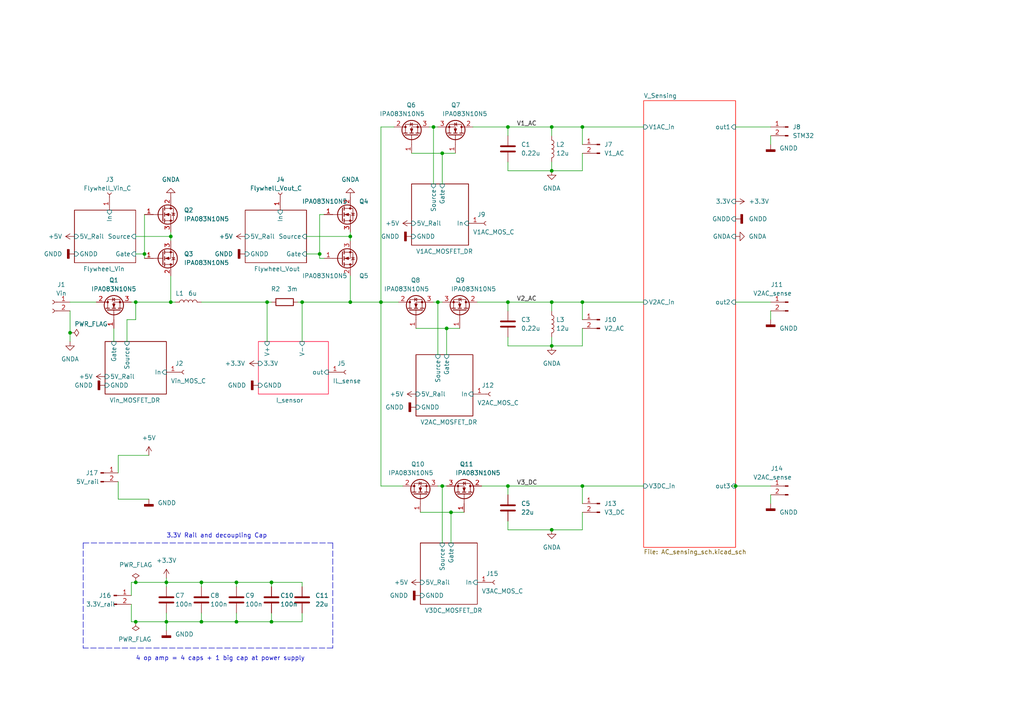
<source format=kicad_sch>
(kicad_sch (version 20211123) (generator eeschema)
  (paper "A4")
  (title_block (title "SIMO") (rev "V0.1") (company "Morgan Cheng"))
  (lib_symbols
    (symbol "Connector:Conn_01x01_Female" (pin_names (offset 1.016) hide)
      (property "Reference" "J" (at 0 2.54 0))
      (property "Value" "Conn_01x01_Female" (at 0 -2.54 0))
      (symbol "Conn_01x01_Female_1_1"
        (polyline (pts (xy -1.27 0) (xy -0.508 0)) (stroke (width 0.1524)))
        (arc (start 0 0.508) (mid -0.508 0) (end 0 -0.508) (stroke (width 0.1524)))
        (pin passive line (at -5.08 0 0) (length 3.81) (name "Pin_1") (number "1"))
      )
    )
    (symbol "Connector:Conn_01x02_Female" (pin_names (offset 1.016) hide)
      (property "Reference" "J" (at 0 2.54 0))
      (property "Value" "Conn_01x02_Female" (at 0 -5.08 0))
      (symbol "Conn_01x02_Female_1_1"
        (arc (start 0 -2.032) (mid -0.508 -2.54) (end 0 -3.048) (stroke (width 0.1524)))
        (polyline (pts (xy -1.27 -2.54) (xy -0.508 -2.54)) (stroke (width 0.1524)))
        (polyline (pts (xy -1.27 0) (xy -0.508 0)) (stroke (width 0.1524)))
        (arc (start 0 0.508) (mid -0.508 0) (end 0 -0.508) (stroke (width 0.1524)))
        (pin passive line (at -5.08 0 0) (length 3.81) (name "Pin_1") (number "1"))
        (pin passive line (at -5.08 -2.54 0) (length 3.81) (name "Pin_2") (number "2"))
      )
    )
    (symbol "Connector:Conn_01x02_Male" (pin_names (offset 1.016) hide)
      (property "Reference" "J" (at 0 2.54 0))
      (property "Value" "Conn_01x02_Male" (at 0 -5.08 0))
      (symbol "Conn_01x02_Male_1_1"
        (polyline (pts (xy 1.27 -2.54) (xy 0.8636 -2.54)) (stroke (width 0.1524)))
        (polyline (pts (xy 1.27 0) (xy 0.8636 0)) (stroke (width 0.1524)))
        (rectangle (start 0.8636 -2.413) (end 0 -2.667) (stroke (width 0.1524)) (fill (type outline)))
        (rectangle (start 0.8636 0.127) (end 0 -0.127) (stroke (width 0.1524)) (fill (type outline)))
        (pin passive line (at 5.08 0 180) (length 3.81) (name "Pin_1") (number "1"))
        (pin passive line (at 5.08 -2.54 180) (length 3.81) (name "Pin_2") (number "2"))
      )
    )
    (symbol "Device:C" (pin_numbers hide) (pin_names (offset 0.254))
      (property "Reference" "C" (at 0.635 2.54 0))
      (property "Value" "C" (at 0.635 -2.54 0))
      (symbol "C_0_1"
        (polyline (pts (xy -2.032 -0.762) (xy 2.032 -0.762)) (stroke (width 0.508)))
        (polyline (pts (xy -2.032 0.762) (xy 2.032 0.762)) (stroke (width 0.508)))
      )
      (symbol "C_1_1"
        (pin passive line (at 0 3.81 270) (length 2.794) (name "~") (number "1"))
        (pin passive line (at 0 -3.81 90) (length 2.794) (name "~") (number "2"))
      )
    )
    (symbol "Device:L" (pin_numbers hide) (pin_names (offset 1.016) hide)
      (property "Reference" "L" (at -1.27 0 90))
      (property "Value" "L" (at 1.905 0 90))
      (symbol "L_0_1"
        (arc (start 0 -2.54) (mid 0.635 -1.905) (end 0 -1.27))
        (arc (start 0 -1.27) (mid 0.635 -0.635) (end 0 0))
        (arc (start 0 0) (mid 0.635 0.635) (end 0 1.27))
        (arc (start 0 1.27) (mid 0.635 1.905) (end 0 2.54))
      )
      (symbol "L_1_1"
        (pin passive line (at 0 3.81 270) (length 1.27) (name "1") (number "1"))
        (pin passive line (at 0 -3.81 90) (length 1.27) (name "2") (number "2"))
      )
    )
    (symbol "Device:Q_NMOS_GDS" (pin_names (offset 0) hide)
      (property "Reference" "Q" (at 5.08 1.27 0))
      (property "Value" "Q_NMOS_GDS" (at 5.08 -1.27 0))
      (symbol "Q_NMOS_GDS_0_1"
        (polyline (pts (xy 0.254 0) (xy -2.54 0)))
        (polyline (pts (xy 0.254 1.905) (xy 0.254 -1.905)) (stroke (width 0.254)))
        (polyline (pts (xy 0.762 -1.27) (xy 0.762 -2.286)) (stroke (width 0.254)))
        (polyline (pts (xy 0.762 0.508) (xy 0.762 -0.508)) (stroke (width 0.254)))
        (polyline (pts (xy 0.762 2.286) (xy 0.762 1.27)) (stroke (width 0.254)))
        (polyline (pts (xy 2.54 2.54) (xy 2.54 1.778)))
        (polyline (pts (xy 2.54 -2.54) (xy 2.54 0) (xy 0.762 0)))
        (polyline (pts (xy 0.762 -1.778) (xy 3.302 -1.778) (xy 3.302 1.778) (xy 0.762 1.778)))
        (polyline (pts (xy 1.016 0) (xy 2.032 0.381) (xy 2.032 -0.381) (xy 1.016 0)) (fill (type outline)))
        (polyline (pts (xy 2.794 0.508) (xy 2.921 0.381) (xy 3.683 0.381) (xy 3.81 0.254)))
        (polyline (pts (xy 3.302 0.381) (xy 2.921 -0.254) (xy 3.683 -0.254) (xy 3.302 0.381)))
        (circle (center 1.651 0) (radius 2.794) (stroke (width 0.254)))
        (circle (center 2.54 -1.778) (radius 0.254) (fill (type outline)))
        (circle (center 2.54 1.778) (radius 0.254) (fill (type outline)))
      )
      (symbol "Q_NMOS_GDS_1_1"
        (pin input line (at -5.08 0 0) (length 2.54) (name "G") (number "1"))
        (pin passive line (at 2.54 5.08 270) (length 2.54) (name "D") (number "2"))
        (pin passive line (at 2.54 -5.08 90) (length 2.54) (name "S") (number "3"))
      )
    )
    (symbol "Device:R" (pin_numbers hide) (pin_names (offset 0))
      (property "Reference" "R" (at 2.032 0 90))
      (property "Value" "R" (at 0 0 90))
      (symbol "R_0_1"
        (rectangle (start -1.016 -2.54) (end 1.016 2.54) (stroke (width 0.254)))
      )
      (symbol "R_1_1"
        (pin passive line (at 0 3.81 270) (length 1.27) (name "~") (number "1"))
        (pin passive line (at 0 -3.81 90) (length 1.27) (name "~") (number "2"))
      )
    )
    (symbol "power:+3.3V" (power) (pin_names (offset 0))
      (property "Value" "+3.3V" (at 0 3.556 0))
      (symbol "+3.3V_0_1"
        (polyline (pts (xy -0.762 1.27) (xy 0 2.54)))
        (polyline (pts (xy 0 0) (xy 0 2.54)))
        (polyline (pts (xy 0 2.54) (xy 0.762 1.27)))
      )
      (symbol "+3.3V_1_1"
        (pin power_in line (at 0 0 90) (length 0) hide (name "+3.3V") (number "1"))
      )
    )
    (symbol "power:+5V" (power) (pin_names (offset 0))
      (property "Value" "+5V" (at 0 3.556 0))
      (symbol "+5V_0_1"
        (polyline (pts (xy -0.762 1.27) (xy 0 2.54)))
        (polyline (pts (xy 0 0) (xy 0 2.54)))
        (polyline (pts (xy 0 2.54) (xy 0.762 1.27)))
      )
      (symbol "+5V_1_1"
        (pin power_in line (at 0 0 90) (length 0) hide (name "+5V") (number "1"))
      )
    )
    (symbol "power:GNDA" (power) (pin_names (offset 0))
      (property "Value" "GNDA" (at 0 -3.81 0))
      (symbol "GNDA_0_1"
        (polyline (pts (xy 0 0) (xy 0 -1.27) (xy 1.27 -1.27) (xy 0 -2.54) (xy -1.27 -1.27) (xy 0 -1.27)))
      )
      (symbol "GNDA_1_1"
        (pin power_in line (at 0 0 270) (length 0) hide (name "GNDA") (number "1"))
      )
    )
    (symbol "power:GNDD" (power) (pin_names (offset 0))
      (property "Value" "GNDD" (at 0 -3.175 0))
      (symbol "GNDD_0_1"
        (rectangle (start -1.27 -1.524) (end 1.27 -2.032) (stroke (width 0.254)) (fill (type outline)))
        (polyline (pts (xy 0 0) (xy 0 -1.524)))
      )
      (symbol "GNDD_1_1"
        (pin power_in line (at 0 0 270) (length 0) hide (name "GNDD") (number "1"))
      )
    )
    (symbol "power:PWR_FLAG" (power) (pin_numbers hide) (pin_names (offset 0) hide)
      (property "Value" "PWR_FLAG" (at 0 3.81 0))
      (symbol "PWR_FLAG_0_0"
        (pin power_out line (at 0 0 90) (length 0) (name "pwr") (number "1"))
      )
      (symbol "PWR_FLAG_0_1"
        (polyline (pts (xy 0 0) (xy 0 1.27) (xy -1.016 1.905) (xy 0 2.54) (xy 1.016 1.905) (xy 0 1.27)))
      )
    )
  )
  (junction (at 128.27 140.97))
  (junction (at 77.47 87.63))
  (junction (at 147.32 140.97))
  (junction (at 128.27 44.45))
  (junction (at 110.49 87.63))
  (junction (at 160.02 36.83))
  (junction (at 39.37 168.91))
  (junction (at 48.26 168.91))
  (junction (at 168.91 87.63))
  (junction (at 78.74 168.91))
  (junction (at 160.02 87.63))
  (junction (at 87.63 87.63))
  (junction (at 78.74 180.34))
  (junction (at 129.54 95.25))
  (junction (at 68.58 180.34))
  (junction (at 48.26 180.34))
  (junction (at 58.42 168.91))
  (junction (at 41.91 73.66))
  (junction (at 101.6 68.58))
  (junction (at 49.53 87.63))
  (junction (at 68.58 168.91))
  (junction (at 168.91 140.97))
  (junction (at 160.02 100.33))
  (junction (at 49.53 68.58))
  (junction (at 39.37 87.63))
  (junction (at 125.73 36.83))
  (junction (at 160.02 153.67))
  (junction (at 39.37 180.34))
  (junction (at 168.91 36.83))
  (junction (at 127 87.63))
  (junction (at 213.36 140.97))
  (junction (at 92.71 73.66))
  (junction (at 20.32 96.52))
  (junction (at 147.32 36.83))
  (junction (at 147.32 87.63))
  (junction (at 160.02 49.53))
  (junction (at 58.42 180.34))
  (junction (at 101.6 87.63))
  (junction (at 130.81 148.59))
  (wire (pts (xy 39.37 180.34) (xy 48.26 180.34)))
  (wire (pts (xy 160.02 87.63) (xy 168.91 87.63)))
  (wire (pts (xy 87.63 87.63) (xy 101.6 87.63)))
  (wire (pts (xy 36.83 92.71) (xy 39.37 92.71)))
  (wire (pts (xy 78.74 177.8) (xy 78.74 180.34)))
  (wire (pts (xy 168.91 95.25) (xy 168.91 100.33)))
  (wire (pts (xy 168.91 87.63) (xy 186.69 87.63)))
  (wire (pts (xy 110.49 87.63) (xy 110.49 140.97)))
  (wire (pts (xy 127 87.63) (xy 128.27 87.63)))
  (wire (pts (xy 77.47 87.63) (xy 78.74 87.63)))
  (wire (pts (xy 133.35 95.25) (xy 129.54 95.25)))
  (wire (pts (xy 34.29 139.7) (xy 34.29 144.78)))
  (wire (pts (xy 33.02 95.25) (xy 33.02 99.06)))
  (wire (pts (xy 38.1 175.26) (xy 38.1 180.34)))
  (wire (pts (xy 68.58 168.91) (xy 78.74 168.91)))
  (wire (pts (xy 39.37 68.58) (xy 49.53 68.58)))
  (wire (pts (xy 147.32 140.97) (xy 147.32 143.51)))
  (wire (pts (xy 38.1 87.63) (xy 39.37 87.63)))
  (wire (pts (xy 223.52 90.17) (xy 223.52 92.71)))
  (wire (pts (xy 147.32 36.83) (xy 160.02 36.83)))
  (wire (pts (xy 132.08 44.45) (xy 128.27 44.45)))
  (wire (pts (xy 160.02 153.67) (xy 168.91 153.67)))
  (wire (pts (xy 48.26 167.64) (xy 48.26 168.91)))
  (wire (pts (xy 68.58 177.8) (xy 68.58 180.34)))
  (wire (pts (xy 138.43 87.63) (xy 147.32 87.63)))
  (wire (pts (xy 48.26 168.91) (xy 58.42 168.91)))
  (wire (pts (xy 213.36 36.83) (xy 223.52 36.83)))
  (wire (pts (xy 147.32 140.97) (xy 168.91 140.97)))
  (wire (pts (xy 121.92 148.59) (xy 130.81 148.59)))
  (wire (pts (xy 77.47 87.63) (xy 77.47 99.06)))
  (wire (pts (xy 147.32 153.67) (xy 160.02 153.67)))
  (wire (pts (xy 58.42 168.91) (xy 68.58 168.91)))
  (polyline (pts (xy 24.13 157.48) (xy 96.52 157.48)))
  (wire (pts (xy 128.27 140.97) (xy 128.27 157.48)))
  (polyline (pts (xy 96.52 157.48) (xy 96.52 187.96)))
  (wire (pts (xy 48.26 180.34) (xy 48.26 182.88)))
  (wire (pts (xy 110.49 140.97) (xy 116.84 140.97)))
  (wire (pts (xy 92.71 62.23) (xy 92.71 73.66)))
  (wire (pts (xy 130.81 148.59) (xy 130.81 157.48)))
  (wire (pts (xy 58.42 168.91) (xy 58.42 170.18)))
  (wire (pts (xy 86.36 87.63) (xy 87.63 87.63)))
  (wire (pts (xy 147.32 46.99) (xy 147.32 49.53)))
  (wire (pts (xy 48.26 180.34) (xy 48.26 177.8)))
  (wire (pts (xy 125.73 36.83) (xy 127 36.83)))
  (wire (pts (xy 58.42 180.34) (xy 48.26 180.34)))
  (wire (pts (xy 110.49 36.83) (xy 114.3 36.83)))
  (wire (pts (xy 39.37 73.66) (xy 41.91 73.66)))
  (wire (pts (xy 58.42 87.63) (xy 77.47 87.63)))
  (wire (pts (xy 160.02 36.83) (xy 160.02 39.37)))
  (wire (pts (xy 92.71 62.23) (xy 93.98 62.23)))
  (wire (pts (xy 87.63 177.8) (xy 87.63 180.34)))
  (wire (pts (xy 78.74 168.91) (xy 87.63 168.91)))
  (wire (pts (xy 78.74 180.34) (xy 68.58 180.34)))
  (wire (pts (xy 160.02 87.63) (xy 160.02 90.17)))
  (wire (pts (xy 49.53 67.31) (xy 49.53 68.58)))
  (wire (pts (xy 39.37 168.91) (xy 38.1 168.91)))
  (wire (pts (xy 78.74 168.91) (xy 78.74 170.18)))
  (wire (pts (xy 58.42 177.8) (xy 58.42 180.34)))
  (wire (pts (xy 147.32 36.83) (xy 147.32 39.37)))
  (wire (pts (xy 139.7 140.97) (xy 147.32 140.97)))
  (wire (pts (xy 168.91 36.83) (xy 168.91 41.91)))
  (wire (pts (xy 212.09 140.97) (xy 213.36 140.97)))
  (wire (pts (xy 128.27 44.45) (xy 128.27 53.34)))
  (wire (pts (xy 39.37 92.71) (xy 39.37 87.63)))
  (wire (pts (xy 101.6 68.58) (xy 101.6 69.85)))
  (wire (pts (xy 88.9 68.58) (xy 101.6 68.58)))
  (wire (pts (xy 101.6 67.31) (xy 101.6 68.58)))
  (polyline (pts (xy 96.52 187.96) (xy 24.13 187.96)))
  (wire (pts (xy 213.36 140.97) (xy 223.52 140.97)))
  (wire (pts (xy 124.46 36.83) (xy 125.73 36.83)))
  (wire (pts (xy 92.71 74.93) (xy 93.98 74.93)))
  (wire (pts (xy 101.6 87.63) (xy 110.49 87.63)))
  (wire (pts (xy 147.32 100.33) (xy 160.02 100.33)))
  (wire (pts (xy 168.91 100.33) (xy 160.02 100.33)))
  (wire (pts (xy 36.83 99.06) (xy 36.83 92.71)))
  (wire (pts (xy 34.29 137.16) (xy 34.29 132.08)))
  (wire (pts (xy 110.49 87.63) (xy 115.57 87.63)))
  (wire (pts (xy 119.38 44.45) (xy 128.27 44.45)))
  (wire (pts (xy 20.32 96.52) (xy 20.32 90.17)))
  (wire (pts (xy 110.49 36.83) (xy 110.49 87.63)))
  (wire (pts (xy 127 140.97) (xy 128.27 140.97)))
  (wire (pts (xy 68.58 180.34) (xy 58.42 180.34)))
  (wire (pts (xy 127 87.63) (xy 127 102.87)))
  (wire (pts (xy 168.91 44.45) (xy 168.91 49.53)))
  (wire (pts (xy 34.29 144.78) (xy 43.18 144.78)))
  (wire (pts (xy 168.91 49.53) (xy 160.02 49.53)))
  (wire (pts (xy 49.53 68.58) (xy 49.53 69.85)))
  (wire (pts (xy 101.6 80.01) (xy 101.6 87.63)))
  (wire (pts (xy 134.62 148.59) (xy 130.81 148.59)))
  (wire (pts (xy 147.32 87.63) (xy 147.32 90.17)))
  (wire (pts (xy 129.54 95.25) (xy 129.54 102.87)))
  (wire (pts (xy 128.27 140.97) (xy 129.54 140.97)))
  (wire (pts (xy 168.91 87.63) (xy 168.91 92.71)))
  (wire (pts (xy 38.1 180.34) (xy 39.37 180.34)))
  (wire (pts (xy 49.53 80.01) (xy 49.53 87.63)))
  (wire (pts (xy 160.02 46.99) (xy 160.02 49.53)))
  (wire (pts (xy 147.32 97.79) (xy 147.32 100.33)))
  (wire (pts (xy 160.02 97.79) (xy 160.02 100.33)))
  (wire (pts (xy 168.91 140.97) (xy 186.69 140.97)))
  (wire (pts (xy 48.26 168.91) (xy 39.37 168.91)))
  (wire (pts (xy 223.52 146.05) (xy 223.52 143.51)))
  (wire (pts (xy 92.71 73.66) (xy 92.71 74.93)))
  (polyline (pts (xy 24.13 157.48) (xy 24.13 187.96)))
  (wire (pts (xy 168.91 148.59) (xy 168.91 153.67)))
  (wire (pts (xy 147.32 87.63) (xy 160.02 87.63)))
  (wire (pts (xy 68.58 168.91) (xy 68.58 170.18)))
  (wire (pts (xy 147.32 49.53) (xy 160.02 49.53)))
  (wire (pts (xy 160.02 36.83) (xy 168.91 36.83)))
  (wire (pts (xy 137.16 36.83) (xy 147.32 36.83)))
  (wire (pts (xy 49.53 87.63) (xy 50.8 87.63)))
  (wire (pts (xy 20.32 99.06) (xy 20.32 96.52)))
  (wire (pts (xy 38.1 168.91) (xy 38.1 172.72)))
  (wire (pts (xy 125.73 87.63) (xy 127 87.63)))
  (wire (pts (xy 125.73 36.83) (xy 125.73 53.34)))
  (wire (pts (xy 168.91 140.97) (xy 168.91 146.05)))
  (wire (pts (xy 41.91 62.23) (xy 41.91 73.66)))
  (wire (pts (xy 120.65 95.25) (xy 129.54 95.25)))
  (wire (pts (xy 34.29 132.08) (xy 43.18 132.08)))
  (wire (pts (xy 223.52 41.91) (xy 223.52 39.37)))
  (wire (pts (xy 213.36 87.63) (xy 223.52 87.63)))
  (wire (pts (xy 48.26 168.91) (xy 48.26 170.18)))
  (wire (pts (xy 87.63 180.34) (xy 78.74 180.34)))
  (wire (pts (xy 147.32 151.13) (xy 147.32 153.67)))
  (wire (pts (xy 87.63 168.91) (xy 87.63 170.18)))
  (wire (pts (xy 20.32 87.63) (xy 27.94 87.63)))
  (wire (pts (xy 39.37 87.63) (xy 49.53 87.63)))
  (wire (pts (xy 168.91 36.83) (xy 186.69 36.83)))
  (wire (pts (xy 87.63 87.63) (xy 87.63 99.06)))
  (wire (pts (xy 41.91 73.66) (xy 41.91 74.93)))
  (wire (pts (xy 88.9 73.66) (xy 92.71 73.66)))
  (text "3.3V Rail and decoupling Cap\n" (at 48.26 156.21 0) (effects (font (size 1.27 1.27)) (justify left bottom)))
  (text "4 op amp = 4 caps + 1 big cap at power supply\n" (at 39.37 191.77 0) (effects (font (size 1.27 1.27)) (justify left bottom)))
  (label "V3_DC" (at 149.86 140.97 0))
  (label "V1_AC" (at 149.86 36.83 0))
  (label "V2_AC" (at 149.86 87.63 0))
  (symbol (lib_id "Device:L") (at 160.02 93.98 0) (unit 1)
    (property "Reference" "L3" (at 161.29 92.7099 0) (effects (justify left)))
    (property "Value" "12u" (at 161.29 95.2499 0) (effects (justify left)))
  )
  (symbol (lib_id "Connector:Conn_01x01_Female") (at 31.75 55.88 90) (unit 1)
    (property "Reference" "J3" (at 33.02 52.07 90) (effects (justify left)))
    (property "Value" "Flywhell_Vin_C" (at 38.1 54.61 90) (effects (justify left)))
  )
  (symbol (lib_id "Connector:Conn_01x02_Male") (at 173.99 92.71 0) (mirror y) (unit 1)
    (property "Reference" "J10" (at 175.26 92.7099 0) (effects (justify right)))
    (property "Value" "V2_AC" (at 175.26 95.2499 0) (effects (justify right)))
  )
  (symbol (lib_id "power:GNDA") (at 49.53 57.15 0) (mirror x) (unit 1)
    (property "Reference" "#PWR0105" (effects hide))
    (property "Value" "GNDA" (at 49.53 52.07 0))
  )
  (symbol (lib_id "power:PWR_FLAG") (at 39.37 168.91 0) (unit 1)
    (property "Reference" "#FLG0101" (effects hide))
    (property "Value" "PWR_FLAG" (at 39.37 163.83 0))
  )
  (symbol (lib_id "Device:Q_NMOS_GDS") (at 99.06 74.93 0) (mirror x) (unit 1)
    (property "Reference" "Q5" (at 104.14 80.01 0) (effects (justify left)))
    (property "Value" "IPA083N10N5" (at 87.63 80.01 0) (effects (justify left)))
  )
  (symbol (lib_id "Device:C") (at 87.63 173.99 0) (unit 1)
    (property "Reference" "C11" (at 91.44 172.7199 0) (effects (justify left)))
    (property "Value" "22u" (at 91.44 175.2599 0) (effects (justify left)))
  )
  (symbol (lib_id "Device:L") (at 160.02 43.18 0) (unit 1)
    (property "Reference" "L2" (at 161.29 41.9099 0) (effects (justify left)))
    (property "Value" "12u" (at 161.29 44.4499 0) (effects (justify left)))
  )
  (symbol (lib_id "Connector:Conn_01x02_Male") (at 228.6 87.63 0) (mirror y) (unit 1)
    (property "Reference" "J11" (at 223.52 82.55 0) (effects (justify right)))
    (property "Value" "V2AC_sense" (at 218.44 85.09 0) (effects (justify right)))
  )
  (symbol (lib_id "Device:C") (at 58.42 173.99 0) (unit 1)
    (property "Reference" "C8" (at 60.96 172.72 0) (effects (justify left)))
    (property "Value" "100n" (at 60.96 175.26 0) (effects (justify left)))
  )
  (symbol (lib_id "power:GNDD") (at 119.38 68.58 270) (unit 1)
    (property "Reference" "#PWR0135" (effects hide))
    (property "Value" "GNDD" (at 110.49 68.58 90) (effects (justify left)))
  )
  (symbol (lib_id "power:GNDD") (at 74.93 111.76 270) (unit 1)
    (property "Reference" "#PWR0114" (effects hide))
    (property "Value" "GNDD" (at 66.04 111.76 90) (effects (justify left)))
  )
  (symbol (lib_id "power:+5V") (at 119.38 64.77 90) (unit 1)
    (property "Reference" "#PWR0134" (effects hide))
    (property "Value" "+5V" (at 111.76 64.77 90) (effects (justify right)))
  )
  (symbol (lib_id "power:+5V") (at 30.48 109.22 90) (unit 1)
    (property "Reference" "#PWR0141" (effects hide))
    (property "Value" "+5V" (at 22.86 109.22 90) (effects (justify right)))
  )
  (symbol (lib_id "Device:C") (at 147.32 43.18 0) (unit 1)
    (property "Reference" "C1" (at 151.13 41.9099 0) (effects (justify left)))
    (property "Value" "0.22u" (at 151.13 44.4499 0) (effects (justify left)))
  )
  (symbol (lib_id "Device:Q_NMOS_GDS") (at 119.38 39.37 90) (unit 1)
    (property "Reference" "Q6" (at 120.65 30.48 90) (effects (justify left)))
    (property "Value" "IPA083N10N5" (at 123.19 33.02 90) (effects (justify left)))
  )
  (symbol (lib_id "Connector:Conn_01x02_Male") (at 33.02 172.72 0) (unit 1)
    (property "Reference" "J16" (at 30.48 172.72 0))
    (property "Value" "3.3V_rail" (at 29.21 175.26 0))
  )
  (symbol (lib_id "power:GNDD") (at 30.48 111.76 270) (unit 1)
    (property "Reference" "#PWR0140" (effects hide))
    (property "Value" "GNDD" (at 21.59 111.76 90) (effects (justify left)))
  )
  (symbol (lib_id "power:GNDD") (at 21.59 73.66 270) (unit 1)
    (property "Reference" "#PWR0142" (effects hide))
    (property "Value" "GNDD" (at 12.7 73.66 90) (effects (justify left)))
  )
  (symbol (lib_id "power:GNDD") (at 223.52 146.05 0) (unit 1)
    (property "Reference" "#PWR0107" (effects hide))
    (property "Value" "GNDD" (at 226.06 148.59 0) (effects (justify left)))
  )
  (symbol (lib_id "Device:Q_NMOS_GDS") (at 33.02 90.17 90) (unit 1)
    (property "Reference" "Q1" (at 33.02 81.28 90))
    (property "Value" "IPA083N10N5" (at 33.02 83.82 90))
  )
  (symbol (lib_id "Connector:Conn_01x02_Male") (at 228.6 36.83 0) (mirror y) (unit 1)
    (property "Reference" "J8" (at 229.87 36.8299 0) (effects (justify right)))
    (property "Value" "STM32" (at 229.87 39.3699 0) (effects (justify right)))
  )
  (symbol (lib_id "Connector:Conn_01x02_Male") (at 173.99 146.05 0) (mirror y) (unit 1)
    (property "Reference" "J13" (at 175.26 146.0499 0) (effects (justify right)))
    (property "Value" "V3_DC" (at 175.26 148.5899 0) (effects (justify right)))
  )
  (symbol (lib_id "power:+5V") (at 120.65 114.3 90) (unit 1)
    (property "Reference" "#PWR0132" (effects hide))
    (property "Value" "+5V" (at 113.03 114.3 90) (effects (justify right)))
  )
  (symbol (lib_id "Device:Q_NMOS_GDS") (at 99.06 62.23 0) (unit 1)
    (property "Reference" "Q4" (at 104.14 58.42 0) (effects (justify left)))
    (property "Value" "IPA083N10N5" (at 87.63 58.42 0) (effects (justify left)))
  )
  (symbol (lib_id "power:+5V") (at 43.18 132.08 0) (unit 1)
    (property "Reference" "#PWR0139" (effects hide))
    (property "Value" "+5V" (at 43.18 127 0))
  )
  (symbol (lib_id "Device:Q_NMOS_GDS") (at 120.65 90.17 90) (unit 1)
    (property "Reference" "Q8" (at 121.92 81.28 90) (effects (justify left)))
    (property "Value" "IPA083N10N5" (at 124.46 83.82 90) (effects (justify left)))
  )
  (symbol (lib_id "Connector:Conn_01x01_Female") (at 53.34 107.95 0) (unit 1)
    (property "Reference" "J2" (at 50.8 105.41 0) (effects (justify left)))
    (property "Value" "Vin_MOS_C" (at 49.53 110.49 0) (effects (justify left)))
  )
  (symbol (lib_id "Device:Q_NMOS_GDS") (at 121.92 143.51 90) (unit 1)
    (property "Reference" "Q10" (at 123.19 134.62 90) (effects (justify left)))
    (property "Value" "IPA083N10N5" (at 125.73 137.16 90) (effects (justify left)))
  )
  (symbol (lib_id "power:GNDD") (at 71.12 73.66 270) (unit 1)
    (property "Reference" "#PWR0137" (effects hide))
    (property "Value" "GNDD" (at 62.23 73.66 90) (effects (justify left)))
  )
  (symbol (lib_id "power:+5V") (at 71.12 68.58 90) (unit 1)
    (property "Reference" "#PWR0136" (effects hide))
    (property "Value" "+5V" (at 63.5 68.58 90) (effects (justify right)))
  )
  (symbol (lib_id "power:PWR_FLAG") (at 39.37 180.34 180) (unit 1)
    (property "Reference" "#FLG0102" (effects hide))
    (property "Value" "PWR_FLAG" (at 34.29 185.42 0) (effects (justify right)))
  )
  (symbol (lib_id "power:GNDD") (at 121.92 172.72 270) (unit 1)
    (property "Reference" "#PWR0130" (effects hide))
    (property "Value" "GNDD" (at 113.03 172.72 90) (effects (justify left)))
  )
  (symbol (lib_id "Connector:Conn_01x02_Male") (at 29.21 137.16 0) (unit 1)
    (property "Reference" "J17" (at 26.67 137.16 0))
    (property "Value" "5V_rail" (at 25.4 139.7 0))
  )
  (symbol (lib_id "power:GNDA") (at 160.02 100.33 0) (unit 1)
    (property "Reference" "#PWR0116" (effects hide))
    (property "Value" "GNDA" (at 160.02 105.41 0))
  )
  (symbol (lib_id "power:GNDD") (at 120.65 118.11 270) (unit 1)
    (property "Reference" "#PWR0133" (effects hide))
    (property "Value" "GNDD" (at 111.76 118.11 90) (effects (justify left)))
  )
  (symbol (lib_id "Device:Q_NMOS_GDS") (at 133.35 90.17 270) (mirror x) (unit 1)
    (property "Reference" "Q9" (at 132.08 81.28 90) (effects (justify left)))
    (property "Value" "IPA083N10N5" (at 130.81 83.82 90) (effects (justify left)))
  )
  (symbol (lib_id "power:+5V") (at 21.59 68.58 90) (unit 1)
    (property "Reference" "#PWR0143" (effects hide))
    (property "Value" "+5V" (at 13.97 68.58 90) (effects (justify right)))
  )
  (symbol (lib_id "power:GNDD") (at 213.36 63.5 90) (unit 1)
    (property "Reference" "#PWR0110" (effects hide))
    (property "Value" "GNDD" (at 217.17 63.4999 90) (effects (justify right)))
  )
  (symbol (lib_id "power:PWR_FLAG") (at 20.32 96.52 270) (unit 1)
    (property "Reference" "#FLG0103" (effects hide))
    (property "Value" "PWR_FLAG" (at 21.59 93.98 90) (effects (justify left)))
  )
  (symbol (lib_id "Connector:Conn_01x02_Female") (at 15.24 87.63 0) (mirror y) (unit 1)
    (property "Reference" "J1" (at 17.78 82.55 0))
    (property "Value" "Vin" (at 17.78 85.09 0))
  )
  (symbol (lib_id "power:+3.3V") (at 48.26 167.64 0) (unit 1)
    (property "Reference" "#PWR0102" (effects hide))
    (property "Value" "+3.3V" (at 48.26 162.56 0))
  )
  (symbol (lib_id "Device:C") (at 147.32 93.98 0) (unit 1)
    (property "Reference" "C3" (at 151.13 92.7099 0) (effects (justify left)))
    (property "Value" "0.22u" (at 151.13 95.2499 0) (effects (justify left)))
  )
  (symbol (lib_id "Connector:Conn_01x01_Female") (at 81.28 55.88 90) (unit 1)
    (property "Reference" "J4" (at 82.55 52.07 90) (effects (justify left)))
    (property "Value" "Flywhell_Vout_C" (at 87.63 54.61 90) (effects (justify left)))
  )
  (symbol (lib_id "Connector:Conn_01x01_Female") (at 143.51 168.91 0) (unit 1)
    (property "Reference" "J15" (at 140.97 166.37 0) (effects (justify left)))
    (property "Value" "V3AC_MOS_C" (at 139.7 171.45 0) (effects (justify left)))
  )
  (symbol (lib_id "Connector:Conn_01x01_Female") (at 142.24 114.3 0) (unit 1)
    (property "Reference" "J12" (at 139.7 111.76 0) (effects (justify left)))
    (property "Value" "V2AC_MOS_C" (at 138.43 116.84 0) (effects (justify left)))
  )
  (symbol (lib_id "Connector:Conn_01x01_Female") (at 100.33 107.95 0) (unit 1)
    (property "Reference" "J5" (at 97.79 105.41 0) (effects (justify left)))
    (property "Value" "IL_sense" (at 96.52 110.49 0) (effects (justify left)))
  )
  (symbol (lib_id "Device:C") (at 48.26 173.99 0) (unit 1)
    (property "Reference" "C7" (at 50.8 172.72 0) (effects (justify left)))
    (property "Value" "100n" (at 50.8 175.26 0) (effects (justify left)))
  )
  (symbol (lib_id "power:GNDA") (at 20.32 99.06 0) (unit 1)
    (property "Reference" "#PWR0104" (effects hide))
    (property "Value" "GNDA" (at 20.32 104.14 0))
  )
  (symbol (lib_id "power:GNDA") (at 213.36 68.58 90) (unit 1)
    (property "Reference" "#PWR0111" (effects hide))
    (property "Value" "GNDA" (at 219.71 68.58 90))
  )
  (symbol (lib_id "Device:C") (at 78.74 173.99 0) (unit 1)
    (property "Reference" "C10" (at 81.28 172.72 0) (effects (justify left)))
    (property "Value" "100n" (at 81.28 175.26 0) (effects (justify left)))
  )
  (symbol (lib_id "power:GNDA") (at 101.6 57.15 180) (unit 1)
    (property "Reference" "#PWR0103" (effects hide))
    (property "Value" "GNDA" (at 101.6 52.07 0))
  )
  (symbol (lib_id "power:GNDD") (at 223.52 92.71 0) (unit 1)
    (property "Reference" "#PWR0109" (effects hide))
    (property "Value" "GNDD" (at 226.06 95.25 0) (effects (justify left)))
  )
  (symbol (lib_id "power:GNDD") (at 223.52 41.91 0) (unit 1)
    (property "Reference" "#PWR0106" (effects hide))
    (property "Value" "GNDD" (at 226.06 42.9894 0) (effects (justify left)))
  )
  (symbol (lib_id "power:GNDA") (at 160.02 153.67 0) (unit 1)
    (property "Reference" "#PWR0117" (effects hide))
    (property "Value" "GNDA" (at 160.02 158.75 0))
  )
  (symbol (lib_id "Device:Q_NMOS_GDS") (at 46.99 62.23 0) (unit 1)
    (property "Reference" "Q2" (at 53.34 60.9599 0) (effects (justify left)))
    (property "Value" "IPA083N10N5" (at 53.34 63.4999 0) (effects (justify left)))
  )
  (symbol (lib_id "power:GNDD") (at 48.26 182.88 0) (unit 1)
    (property "Reference" "#PWR0101" (effects hide))
    (property "Value" "GNDD" (at 50.8 183.9594 0) (effects (justify left)))
  )
  (symbol (lib_id "Device:Q_NMOS_GDS") (at 46.99 74.93 0) (mirror x) (unit 1)
    (property "Reference" "Q3" (at 53.34 73.6599 0) (effects (justify left)))
    (property "Value" "IPA083N10N5" (at 53.34 76.1999 0) (effects (justify left)))
  )
  (symbol (lib_id "Connector:Conn_01x01_Female") (at 140.97 64.77 0) (unit 1)
    (property "Reference" "J9" (at 138.43 62.23 0) (effects (justify left)))
    (property "Value" "V1AC_MOS_C" (at 137.16 67.31 0) (effects (justify left)))
  )
  (symbol (lib_id "power:+3.3V") (at 74.93 105.41 90) (unit 1)
    (property "Reference" "#PWR0113" (effects hide))
    (property "Value" "+3.3V" (at 71.12 105.41 90) (effects (justify left)))
  )
  (symbol (lib_id "Device:R") (at 82.55 87.63 90) (unit 1)
    (property "Reference" "R2" (at 81.28 83.82 90) (effects (justify left)))
    (property "Value" "3m" (at 86.36 83.82 90) (effects (justify left)))
  )
  (symbol (lib_id "Device:C") (at 68.58 173.99 0) (unit 1)
    (property "Reference" "C9" (at 71.12 172.72 0) (effects (justify left)))
    (property "Value" "100n" (at 71.12 175.26 0) (effects (justify left)))
  )
  (symbol (lib_id "Device:Q_NMOS_GDS") (at 134.62 143.51 270) (mirror x) (unit 1)
    (property "Reference" "Q11" (at 133.35 134.62 90) (effects (justify left)))
    (property "Value" "IPA083N10N5" (at 132.08 137.16 90) (effects (justify left)))
  )
  (symbol (lib_id "power:+3.3V") (at 213.36 58.42 270) (mirror x) (unit 1)
    (property "Reference" "#PWR0108" (effects hide))
    (property "Value" "+3.3V" (at 217.17 58.42 90) (effects (justify left)))
  )
  (symbol (lib_id "Device:L") (at 54.61 87.63 90) (unit 1)
    (property "Reference" "L1" (at 53.34 85.09 90) (effects (justify left)))
    (property "Value" "6u" (at 57.15 85.09 90) (effects (justify left)))
  )
  (symbol (lib_id "power:GNDA") (at 160.02 49.53 0) (unit 1)
    (property "Reference" "#PWR0112" (effects hide))
    (property "Value" "GNDA" (at 160.02 54.61 0))
  )
  (symbol (lib_id "Connector:Conn_01x02_Male") (at 173.99 41.91 0) (mirror y) (unit 1)
    (property "Reference" "J7" (at 175.26 41.9099 0) (effects (justify right)))
    (property "Value" "V1_AC" (at 175.26 44.4499 0) (effects (justify right)))
  )
  (symbol (lib_id "Device:C") (at 147.32 147.32 0) (unit 1)
    (property "Reference" "C5" (at 151.13 146.0499 0) (effects (justify left)))
    (property "Value" "22u" (at 151.13 148.5899 0) (effects (justify left)))
  )
  (symbol (lib_id "power:+5V") (at 121.92 168.91 90) (unit 1)
    (property "Reference" "#PWR0131" (effects hide))
    (property "Value" "+5V" (at 114.3 168.91 90) (effects (justify right)))
  )
  (symbol (lib_id "Connector:Conn_01x02_Male") (at 228.6 140.97 0) (mirror y) (unit 1)
    (property "Reference" "J14" (at 223.52 135.89 0) (effects (justify right)))
    (property "Value" "V2AC_sense" (at 218.44 138.43 0) (effects (justify right)))
  )
  (symbol (lib_id "Device:Q_NMOS_GDS") (at 132.08 39.37 270) (mirror x) (unit 1)
    (property "Reference" "Q7" (at 130.81 30.48 90) (effects (justify left)))
    (property "Value" "IPA083N10N5" (at 128.27 33.02 90) (effects (justify left)))
  )
  (symbol (lib_id "power:GNDD") (at 43.18 144.78 0) (unit 1)
    (property "Reference" "#PWR0138" (effects hide))
    (property "Value" "GNDD" (at 45.72 145.8594 0) (effects (justify left)))
  )
  (sheet (at 121.92 157.48) (size 16.51 17.78) (stroke (width 0.1524))
    (property "Sheet name" "V3DC_MOSFET_DR" (at 123.19 177.8 0) (effects (justify left bottom)))
    (property "Sheet file" "MOSFET_DR.kicad_sch" (effects hide))
    (pin "5V_Rail" input (at 121.92 168.91 180))
    (pin "Gate" input (at 130.81 157.48 90))
    (pin "Source" input (at 128.27 157.48 90))
    (pin "In" input (at 138.43 168.91 0))
    (pin "GNDD" input (at 121.92 172.72 180))
  )
  (sheet (at 186.69 29.21) (size 26.67 129.54) (stroke (width 0.1524) (color 255 34 28 1))
    (property "Sheet name" "V_Sensing" (at 186.69 28.4984 0) (effects (justify left bottom)))
    (property "Sheet file" "AC_sensing_sch.kicad_sch" (at 186.69 159.3346 0) (effects (justify left top)))
    (pin "GNDA" input (at 213.36 68.58 0))
    (pin "3.3V" input (at 213.36 58.42 0))
    (pin "GNDD" input (at 213.36 63.5 0))
    (pin "V1AC_in" input (at 186.69 36.83 180))
    (pin "V2AC_in" input (at 186.69 87.63 180))
    (pin "out1" input (at 213.36 36.83 0))
    (pin "out2" input (at 213.36 87.63 0))
    (pin "V3DC_in" input (at 186.69 140.97 180))
    (pin "out3" input (at 213.36 140.97 0))
  )
  (sheet (at 119.38 53.34) (size 16.51 17.78) (stroke (width 0.1524))
    (property "Sheet name" "V1AC_MOSFET_DR" (at 120.65 73.66 0) (effects (justify left bottom)))
    (property "Sheet file" "MOSFET_DR.kicad_sch" (effects hide))
    (pin "5V_Rail" input (at 119.38 64.77 180))
    (pin "Gate" input (at 128.27 53.34 90))
    (pin "Source" input (at 125.73 53.34 90))
    (pin "In" input (at 135.89 64.77 0))
    (pin "GNDD" input (at 119.38 68.58 180))
  )
  (sheet (at 74.93 99.06) (size 20.32 15.24) (stroke (width 0.1524) (color 255 54 92 1))
    (property "Sheet name" "I_sensor" (at 80.01 116.84 0) (effects (justify left bottom)))
    (property "Sheet file" "I_sensor.kicad_sch" (effects hide))
    (pin "V-" input (at 87.63 99.06 90))
    (pin "V+" input (at 77.47 99.06 90))
    (pin "out" input (at 95.25 107.95 0))
    (pin "3.3V" input (at 74.93 105.41 180))
    (pin "GNDD" input (at 74.93 111.76 180))
  )
  (sheet (at 30.48 99.06) (size 17.78 15.24) (stroke (width 0.1524))
    (property "Sheet name" "Vin_MOSFET_DR" (at 31.75 116.84 0) (effects (justify left bottom)))
    (property "Sheet file" "MOSFET_DR.kicad_sch" (effects hide))
    (pin "5V_Rail" input (at 30.48 109.22 180))
    (pin "Gate" input (at 33.02 99.06 90))
    (pin "Source" input (at 36.83 99.06 90))
    (pin "In" input (at 48.26 107.95 0))
    (pin "GNDD" input (at 30.48 111.76 180))
  )
  (sheet (at 71.12 60.96) (size 17.78 15.24) (stroke (width 0.1524))
    (property "Sheet name" "Flywheel_Vout" (at 73.66 78.74 0) (effects (justify left bottom)))
    (property "Sheet file" "MOSFET_DR.kicad_sch" (effects hide))
    (pin "5V_Rail" input (at 71.12 68.58 180))
    (pin "Gate" input (at 88.9 73.66 0))
    (pin "Source" input (at 88.9 68.58 0))
    (pin "In" input (at 81.28 60.96 90))
    (pin "GNDD" input (at 71.12 73.66 180))
  )
  (sheet (at 21.59 60.96) (size 17.78 15.24) (stroke (width 0.1524))
    (property "Sheet name" "Flywheel_Vin" (at 24.13 78.74 0) (effects (justify left bottom)))
    (property "Sheet file" "MOSFET_DR.kicad_sch" (effects hide))
    (pin "5V_Rail" input (at 21.59 68.58 180))
    (pin "Gate" input (at 39.37 73.66 0))
    (pin "Source" input (at 39.37 68.58 0))
    (pin "In" input (at 31.75 60.96 90))
    (pin "GNDD" input (at 21.59 73.66 180))
  )
  (sheet (at 120.65 102.87) (size 16.51 17.78) (stroke (width 0.1524))
    (property "Sheet name" "V2AC_MOSFET_DR" (at 121.92 123.19 0) (effects (justify left bottom)))
    (property "Sheet file" "MOSFET_DR.kicad_sch" (effects hide))
    (pin "5V_Rail" input (at 120.65 114.3 180))
    (pin "Gate" input (at 129.54 102.87 90))
    (pin "Source" input (at 127 102.87 90))
    (pin "In" input (at 137.16 114.3 0))
    (pin "GNDD" input (at 120.65 118.11 180))
  )
)
</source>
